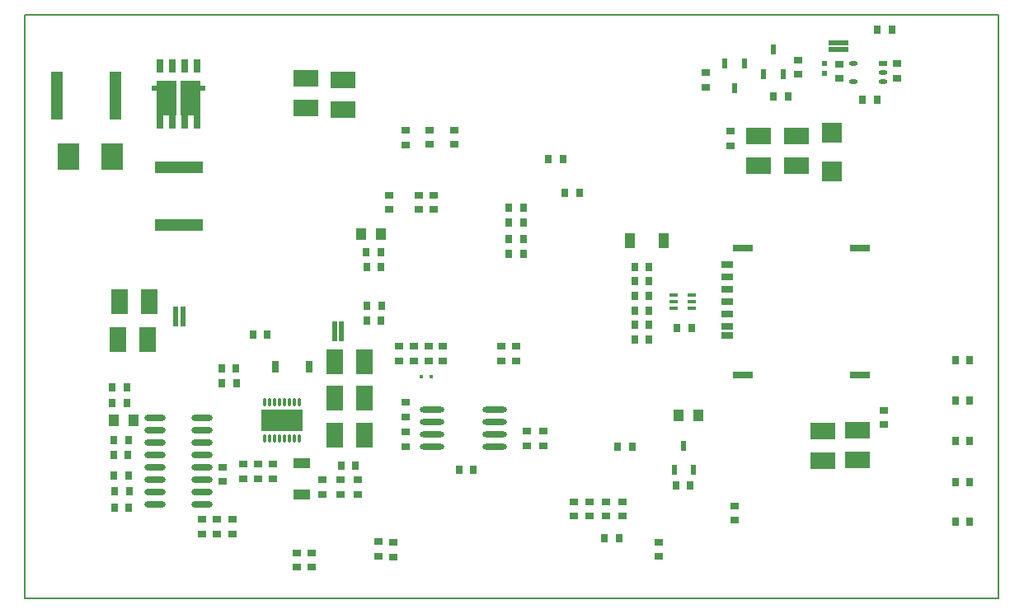
<source format=gbp>
%FSLAX25Y25*%
%MOIN*%
G70*
G01*
G75*
G04 Layer_Color=128*
%ADD10C,0.03000*%
%ADD11C,0.02000*%
%ADD12R,0.01575X0.01181*%
%ADD13R,0.03937X0.02362*%
%ADD14R,0.07480X0.11811*%
%ADD15O,0.06890X0.02362*%
%ADD16O,0.01378X0.06693*%
%ADD17R,0.02362X0.02362*%
%ADD18R,0.13386X0.13386*%
%ADD19O,0.00984X0.03740*%
%ADD20O,0.03740X0.00984*%
%ADD21R,0.03347X0.02756*%
%ADD22R,0.02756X0.03347*%
%ADD23R,0.02362X0.02362*%
%ADD24R,0.03937X0.07087*%
%ADD25O,0.03150X0.05906*%
%ADD26R,0.03150X0.02559*%
%ADD27R,0.01181X0.01575*%
%ADD28R,0.07087X0.03937*%
%ADD29O,0.05906X0.03150*%
%ADD30C,0.03937*%
%ADD31R,0.10000X0.07000*%
%ADD32R,0.04724X0.09843*%
%ADD33R,0.07874X0.07874*%
%ADD34R,0.03937X0.05906*%
%ADD35R,0.03937X0.05118*%
%ADD36R,0.08898X0.25590*%
%ADD37R,0.01063X0.06693*%
%ADD38R,0.06693X0.01063*%
%ADD39O,0.06693X0.01063*%
%ADD40R,0.07087X0.07874*%
%ADD41R,0.04803X0.02441*%
%ADD42R,0.08661X0.16929*%
%ADD43O,0.03740X0.01378*%
%ADD44R,0.04724X0.03150*%
%ADD45R,0.04800X0.05600*%
%ADD46R,0.02500X0.05906*%
%ADD47O,0.03937X0.01181*%
%ADD48R,0.03937X0.01181*%
%ADD49R,0.07874X0.07874*%
%ADD50R,0.01575X0.05906*%
%ADD51R,0.07874X0.03937*%
%ADD52R,0.01200X0.01800*%
G04:AMPARAMS|DCode=53|XSize=35.43mil|YSize=157.48mil|CornerRadius=1.77mil|HoleSize=0mil|Usage=FLASHONLY|Rotation=90.000|XOffset=0mil|YOffset=0mil|HoleType=Round|Shape=RoundedRectangle|*
%AMROUNDEDRECTD53*
21,1,0.03543,0.15394,0,0,90.0*
21,1,0.03189,0.15748,0,0,90.0*
1,1,0.00354,0.07697,0.01595*
1,1,0.00354,0.07697,-0.01595*
1,1,0.00354,-0.07697,-0.01595*
1,1,0.00354,-0.07697,0.01595*
%
%ADD53ROUNDEDRECTD53*%
%ADD54R,0.00984X0.01299*%
%ADD55R,0.02362X0.01969*%
%ADD56R,0.00984X0.01575*%
%ADD57O,0.02362X0.07087*%
%ADD58O,0.07087X0.02362*%
%ADD59O,0.06299X0.02362*%
%ADD60C,0.01000*%
%ADD61C,0.01500*%
%ADD62C,0.00800*%
%ADD63C,0.01200*%
%ADD64C,0.02500*%
%ADD65C,0.08000*%
%ADD66R,0.04800X0.04800*%
%ADD67R,0.04169X0.04500*%
%ADD68R,0.11300X0.08500*%
%ADD69R,0.04900X0.04500*%
%ADD70R,0.05658X0.04458*%
%ADD71R,0.27300X0.16100*%
%ADD72R,0.06600X0.19900*%
%ADD73R,0.05000X0.07173*%
%ADD74R,0.08700X0.05400*%
%ADD75R,0.08100X0.13300*%
%ADD76R,0.05700X0.21700*%
%ADD77R,0.10400X0.95500*%
%ADD78R,0.06200X0.14700*%
%ADD79R,0.04200X0.18700*%
%ADD80R,0.06700X0.09800*%
%ADD81R,0.06000X0.09600*%
%ADD82R,0.10500X0.06400*%
%ADD83R,0.18000X0.08400*%
%ADD84R,0.26500X0.16000*%
%ADD85R,0.34969X0.11400*%
%ADD86C,0.00500*%
%ADD87R,0.07874X0.07874*%
%ADD88C,0.07874*%
%ADD89R,0.05906X0.05906*%
%ADD90C,0.05906*%
%ADD91R,0.07874X0.11811*%
%ADD92O,0.07874X0.11811*%
%ADD93C,0.13780*%
%ADD94R,0.05315X0.07284*%
%ADD95C,0.01969*%
G04:AMPARAMS|DCode=96|XSize=51.18mil|YSize=173.23mil|CornerRadius=2.56mil|HoleSize=0mil|Usage=FLASHONLY|Rotation=90.000|XOffset=0mil|YOffset=0mil|HoleType=Round|Shape=RoundedRectangle|*
%AMROUNDEDRECTD96*
21,1,0.05118,0.16811,0,0,90.0*
21,1,0.04606,0.17323,0,0,90.0*
1,1,0.00512,0.08406,0.02303*
1,1,0.00512,0.08406,-0.02303*
1,1,0.00512,-0.08406,-0.02303*
1,1,0.00512,-0.08406,0.02303*
%
%ADD96ROUNDEDRECTD96*%
%ADD97C,0.02000*%
%ADD98C,0.03000*%
%ADD99C,0.04000*%
%ADD100C,0.03500*%
%ADD101C,0.02598*%
%ADD102C,0.04000*%
%ADD103R,0.02258X0.03258*%
%ADD104R,0.09400X0.04700*%
%ADD105R,0.15100X0.08700*%
%ADD106R,0.12100X0.12100*%
%ADD107R,0.09500X0.12000*%
%ADD108R,0.10200X0.09400*%
%ADD109R,0.42200X0.13900*%
%ADD110C,0.05000*%
%ADD111R,0.08300X0.14100*%
%ADD112R,0.08400X0.08100*%
%ADD113R,0.27100X0.16800*%
%ADD114R,0.19300X0.05600*%
%ADD115R,0.21900X0.04900*%
%ADD116R,0.06200X0.13300*%
%ADD117R,0.39000X0.13800*%
%ADD118R,0.08661X0.11024*%
%ADD119R,0.01969X0.07874*%
%ADD120R,0.19685X0.05118*%
%ADD121R,0.02362X0.03937*%
%ADD122R,0.03150X0.04724*%
%ADD123R,0.05118X0.19685*%
%ADD124R,0.07874X0.01969*%
%ADD125R,0.03347X0.01575*%
%ADD126O,0.03543X0.01969*%
%ADD127R,0.03543X0.01969*%
%ADD128O,0.03543X0.01969*%
%ADD129R,0.08268X0.02756*%
%ADD130R,0.04843X0.02559*%
%ADD131R,0.07000X0.10000*%
%ADD132R,0.16929X0.08661*%
%ADD133O,0.01378X0.03740*%
%ADD134O,0.08661X0.02362*%
%ADD135O,0.09843X0.02362*%
%ADD136R,0.07087X0.03937*%
%ADD137R,0.07874X0.14410*%
%ADD138R,0.06299X0.01969*%
%ADD139R,0.02500X0.05500*%
%ADD140C,0.09000*%
%ADD141R,0.05182X0.06835*%
%ADD142R,0.09300X0.11700*%
%ADD143R,0.22300X0.05500*%
%ADD144R,0.26931X0.16000*%
%ADD145R,0.15800X0.09700*%
%ADD146R,0.15200X0.28165*%
%ADD147R,0.08900X0.10200*%
%ADD148R,0.03474X0.08965*%
%ADD149R,0.07600X0.09400*%
%ADD150R,0.04900X0.17100*%
%ADD151R,0.08500X0.39500*%
%ADD152R,0.14700X0.03700*%
%ADD153R,0.48700X0.11300*%
%ADD154R,0.14000X0.54700*%
%ADD155R,0.29300X0.15600*%
%ADD156R,0.08800X0.07400*%
%ADD157R,0.11100X0.13400*%
%ADD158R,0.03600X0.11400*%
%ADD159R,0.05400X0.08800*%
%ADD160R,0.08600X0.09700*%
%ADD161C,0.00984*%
%ADD162C,0.02362*%
%ADD163C,0.00700*%
%ADD164C,0.00787*%
%ADD165C,0.00600*%
%ADD166C,0.00300*%
%ADD167R,0.05417X0.06634*%
%ADD168R,0.02375X0.01981*%
%ADD169R,0.04737X0.03162*%
%ADD170R,0.08280X0.12611*%
%ADD171O,0.07690X0.03162*%
%ADD172O,0.02178X0.07493*%
%ADD173R,0.03162X0.03162*%
%ADD174R,0.14186X0.14186*%
%ADD175O,0.01784X0.04540*%
%ADD176O,0.04540X0.01784*%
%ADD177R,0.04147X0.03556*%
%ADD178R,0.03556X0.04147*%
%ADD179R,0.03162X0.03162*%
%ADD180R,0.04737X0.07887*%
%ADD181O,0.03950X0.06706*%
%ADD182R,0.03950X0.03359*%
%ADD183R,0.01981X0.02375*%
%ADD184R,0.07887X0.04737*%
%ADD185O,0.06706X0.03950*%
%ADD186C,0.04737*%
%ADD187R,0.10800X0.07800*%
%ADD188R,0.05524X0.10642*%
%ADD189R,0.08674X0.08674*%
%ADD190R,0.04737X0.06706*%
%ADD191R,0.04737X0.05918*%
%ADD192R,0.09698X0.26391*%
%ADD193R,0.01863X0.07493*%
%ADD194R,0.07493X0.01863*%
%ADD195O,0.07493X0.01863*%
%ADD196R,0.07887X0.08674*%
%ADD197R,0.05603X0.03241*%
%ADD198R,0.09461X0.17729*%
%ADD199O,0.04540X0.02178*%
%ADD200R,0.05524X0.03950*%
%ADD201R,0.05600X0.06400*%
%ADD202R,0.03300X0.06706*%
%ADD203O,0.04737X0.01981*%
%ADD204R,0.04737X0.01981*%
%ADD205R,0.08674X0.08674*%
%ADD206R,0.02375X0.06706*%
%ADD207R,0.08674X0.04737*%
%ADD208R,0.02000X0.02600*%
G04:AMPARAMS|DCode=209|XSize=39.37mil|YSize=161.42mil|CornerRadius=1.97mil|HoleSize=0mil|Usage=FLASHONLY|Rotation=90.000|XOffset=0mil|YOffset=0mil|HoleType=Round|Shape=RoundedRectangle|*
%AMROUNDEDRECTD209*
21,1,0.03937,0.15748,0,0,90.0*
21,1,0.03543,0.16142,0,0,90.0*
1,1,0.00394,0.07874,0.01772*
1,1,0.00394,0.07874,-0.01772*
1,1,0.00394,-0.07874,-0.01772*
1,1,0.00394,-0.07874,0.01772*
%
%ADD209ROUNDEDRECTD209*%
%ADD210R,0.01784X0.02099*%
%ADD211R,0.03162X0.02769*%
%ADD212R,0.01784X0.02375*%
%ADD213O,0.03162X0.07887*%
%ADD214O,0.07887X0.03162*%
%ADD215O,0.07099X0.03162*%
%ADD216R,0.08674X0.08674*%
%ADD217C,0.08674*%
%ADD218R,0.06706X0.06706*%
%ADD219C,0.06706*%
%ADD220R,0.08674X0.12611*%
%ADD221O,0.08674X0.12611*%
%ADD222C,0.14579*%
%ADD223R,0.06115X0.08083*%
%ADD224C,0.02769*%
G04:AMPARAMS|DCode=225|XSize=55.12mil|YSize=177.16mil|CornerRadius=2.76mil|HoleSize=0mil|Usage=FLASHONLY|Rotation=90.000|XOffset=0mil|YOffset=0mil|HoleType=Round|Shape=RoundedRectangle|*
%AMROUNDEDRECTD225*
21,1,0.05512,0.17165,0,0,90.0*
21,1,0.04961,0.17716,0,0,90.0*
1,1,0.00551,0.08583,0.02480*
1,1,0.00551,0.08583,-0.02480*
1,1,0.00551,-0.08583,-0.02480*
1,1,0.00551,-0.08583,0.02480*
%
%ADD225ROUNDEDRECTD225*%
%ADD226R,0.09461X0.11824*%
%ADD227R,0.02769X0.08674*%
%ADD228R,0.20485X0.05918*%
%ADD229R,0.03162X0.04737*%
%ADD230R,0.03950X0.05524*%
%ADD231R,0.05918X0.20485*%
%ADD232R,0.08674X0.02769*%
%ADD233R,0.04147X0.02375*%
%ADD234O,0.04343X0.02769*%
%ADD235R,0.04343X0.02769*%
%ADD236O,0.04343X0.02769*%
%ADD237R,0.09068X0.03556*%
%ADD238R,0.05643X0.03359*%
%ADD239R,0.07800X0.10800*%
%ADD240R,0.17729X0.09461*%
%ADD241O,0.02178X0.04540*%
%ADD242O,0.09461X0.03162*%
%ADD243O,0.10642X0.03162*%
%ADD244R,0.07887X0.04737*%
%ADD245R,0.08674X0.15210*%
%ADD246R,0.07099X0.02769*%
%ADD247R,0.03300X0.06300*%
%ADD248C,0.03398*%
D17*
X316000Y192437D02*
D03*
Y188500D02*
D03*
D21*
X166532Y165706D02*
D03*
Y159800D02*
D03*
X156532Y165706D02*
D03*
Y159800D02*
D03*
X340231Y46494D02*
D03*
Y52400D02*
D03*
X249232Y-6905D02*
D03*
Y-1000D02*
D03*
X279700Y7800D02*
D03*
Y13705D02*
D03*
X234331Y15405D02*
D03*
Y9500D02*
D03*
X221265Y15405D02*
D03*
Y9500D02*
D03*
X214732Y15405D02*
D03*
Y9500D02*
D03*
X227798Y15405D02*
D03*
Y9500D02*
D03*
X146700Y165506D02*
D03*
Y159600D02*
D03*
X185531Y78200D02*
D03*
Y72294D02*
D03*
X191631Y78200D02*
D03*
Y72294D02*
D03*
X70550Y8100D02*
D03*
Y2194D02*
D03*
X76700Y2194D02*
D03*
Y8100D02*
D03*
X102865Y-11245D02*
D03*
Y-5339D02*
D03*
X345632Y192506D02*
D03*
Y186600D02*
D03*
X322031Y192405D02*
D03*
Y186500D02*
D03*
X305600Y188094D02*
D03*
Y194000D02*
D03*
X268200Y182895D02*
D03*
Y188800D02*
D03*
X278200Y159195D02*
D03*
Y165100D02*
D03*
X158132Y133494D02*
D03*
Y139400D02*
D03*
X152131Y133494D02*
D03*
Y139400D02*
D03*
X140131Y133494D02*
D03*
Y139400D02*
D03*
X161932Y72294D02*
D03*
Y78200D02*
D03*
X156032Y78200D02*
D03*
Y72294D02*
D03*
X150131Y72294D02*
D03*
Y78200D02*
D03*
X144231Y72294D02*
D03*
Y78200D02*
D03*
X146800Y49526D02*
D03*
Y55431D02*
D03*
X146700Y43437D02*
D03*
Y37532D02*
D03*
X127431Y24105D02*
D03*
Y18200D02*
D03*
X120332Y18200D02*
D03*
Y24105D02*
D03*
X113232Y18200D02*
D03*
Y24105D02*
D03*
X141800Y-7006D02*
D03*
Y-1100D02*
D03*
X135900Y-6805D02*
D03*
Y-900D02*
D03*
X108957Y-11222D02*
D03*
Y-5316D02*
D03*
X93032Y30500D02*
D03*
Y24595D02*
D03*
X87057Y24595D02*
D03*
Y30500D02*
D03*
X81082Y24595D02*
D03*
Y30500D02*
D03*
X72700Y29406D02*
D03*
Y23500D02*
D03*
X64400Y2194D02*
D03*
Y8100D02*
D03*
X202500Y38026D02*
D03*
Y43931D02*
D03*
X195700Y43931D02*
D03*
Y38026D02*
D03*
D22*
X374905Y56200D02*
D03*
X369000D02*
D03*
X374905Y40000D02*
D03*
X369000D02*
D03*
X374905Y23400D02*
D03*
X369000D02*
D03*
X374905Y7300D02*
D03*
X369000D02*
D03*
X232537Y37700D02*
D03*
X238442D02*
D03*
X233139Y479D02*
D03*
X227234D02*
D03*
X255995Y21900D02*
D03*
X261900D02*
D03*
X374905Y72600D02*
D03*
X369000D02*
D03*
X188531Y115700D02*
D03*
X194437D02*
D03*
X188531Y121600D02*
D03*
X194437D02*
D03*
X331426Y178000D02*
D03*
X337332D02*
D03*
X337526Y206200D02*
D03*
X343431D02*
D03*
X262405Y85600D02*
D03*
X256500D02*
D03*
X245232Y110300D02*
D03*
X239326D02*
D03*
X239326Y104440D02*
D03*
X245232D02*
D03*
X245232Y98580D02*
D03*
X239326D02*
D03*
X239326Y92720D02*
D03*
X245232D02*
D03*
X239326Y86860D02*
D03*
X245232D02*
D03*
X245232Y81000D02*
D03*
X239326D02*
D03*
X211094Y140237D02*
D03*
X217000D02*
D03*
X204569Y153763D02*
D03*
X210474D02*
D03*
X194437Y134200D02*
D03*
X188531D02*
D03*
X194437Y128100D02*
D03*
X188531D02*
D03*
X136737Y116300D02*
D03*
X130832D02*
D03*
X131026Y110300D02*
D03*
X136932D02*
D03*
X137037Y94600D02*
D03*
X131131D02*
D03*
X136937Y88700D02*
D03*
X131032D02*
D03*
X90905Y82800D02*
D03*
X85000D02*
D03*
X72326Y69100D02*
D03*
X78232D02*
D03*
X72426Y63100D02*
D03*
X78332D02*
D03*
X174305Y28300D02*
D03*
X168400D02*
D03*
X120726Y29800D02*
D03*
X126631D02*
D03*
X34905Y12800D02*
D03*
X29000D02*
D03*
X29294Y19600D02*
D03*
X35200D02*
D03*
X34806Y26000D02*
D03*
X28900D02*
D03*
X34606Y34400D02*
D03*
X28700D02*
D03*
X28795Y40400D02*
D03*
X34700D02*
D03*
X28200Y55100D02*
D03*
X34106D02*
D03*
X34005Y61500D02*
D03*
X28100D02*
D03*
X295568Y179100D02*
D03*
X301474D02*
D03*
D27*
X153063Y66000D02*
D03*
X157000D02*
D03*
D31*
X329432Y44300D02*
D03*
Y32300D02*
D03*
X315531Y43800D02*
D03*
Y31800D02*
D03*
X106600Y186500D02*
D03*
Y174500D02*
D03*
X121400Y186000D02*
D03*
Y174000D02*
D03*
X304832Y151200D02*
D03*
Y163200D02*
D03*
X289531Y151200D02*
D03*
Y163200D02*
D03*
D34*
X251300Y120800D02*
D03*
X237521D02*
D03*
D35*
X265100Y50100D02*
D03*
X257226D02*
D03*
X128858Y123700D02*
D03*
X136732D02*
D03*
X28926Y48100D02*
D03*
X36800D02*
D03*
D49*
X319131Y148984D02*
D03*
Y164732D02*
D03*
D86*
X386632Y-23921D02*
Y212300D01*
X-7068Y-23921D02*
X386632D01*
X-7068D02*
Y212300D01*
X386632D01*
D118*
X10600Y155000D02*
D03*
X28317D02*
D03*
D119*
X56753Y90400D02*
D03*
X53800D02*
D03*
X120953Y84300D02*
D03*
X118000D02*
D03*
D120*
X55100Y127113D02*
D03*
Y150735D02*
D03*
D121*
X255358Y28205D02*
D03*
X259295Y38048D02*
D03*
X263231Y28205D02*
D03*
X275800Y192500D02*
D03*
X279737Y182658D02*
D03*
X283674Y192500D02*
D03*
X299400Y188400D02*
D03*
X295463Y198242D02*
D03*
X291526Y188400D02*
D03*
D122*
X107700Y70000D02*
D03*
X94314D02*
D03*
D123*
X29600Y179700D02*
D03*
X5978D02*
D03*
D124*
X321831Y201053D02*
D03*
Y198100D02*
D03*
D125*
X255290Y98759D02*
D03*
X262573Y96200D02*
D03*
Y98759D02*
D03*
X255290Y96200D02*
D03*
Y93641D02*
D03*
X262573D02*
D03*
D126*
X327931Y185120D02*
D03*
X339742Y188860D02*
D03*
Y185120D02*
D03*
D127*
Y192600D02*
D03*
D128*
X327931D02*
D03*
D129*
X330402Y66673D02*
D03*
X283158D02*
D03*
X330402Y117815D02*
D03*
X283158D02*
D03*
D130*
X276800Y91240D02*
D03*
Y96240D02*
D03*
Y101240D02*
D03*
Y106240D02*
D03*
Y111240D02*
D03*
Y86240D02*
D03*
Y82500D02*
D03*
D131*
X130131Y42400D02*
D03*
X118131D02*
D03*
X130231Y57300D02*
D03*
X118231D02*
D03*
X130231Y71800D02*
D03*
X118231D02*
D03*
X30500Y80800D02*
D03*
X42500D02*
D03*
X43100Y96100D02*
D03*
X31100D02*
D03*
D132*
X96832Y48200D02*
D03*
D133*
X103721Y55582D02*
D03*
X101753D02*
D03*
X99784D02*
D03*
X97816D02*
D03*
X95847D02*
D03*
X93879D02*
D03*
X91910D02*
D03*
X89942D02*
D03*
Y40818D02*
D03*
X91910D02*
D03*
X93879D02*
D03*
X95847D02*
D03*
X97816D02*
D03*
X99784D02*
D03*
X101753D02*
D03*
X103721D02*
D03*
D134*
X64549Y49400D02*
D03*
Y44400D02*
D03*
Y39400D02*
D03*
Y34400D02*
D03*
Y29400D02*
D03*
Y24400D02*
D03*
Y19400D02*
D03*
Y14400D02*
D03*
X45651Y49400D02*
D03*
Y44400D02*
D03*
Y39400D02*
D03*
Y34400D02*
D03*
Y29400D02*
D03*
Y24400D02*
D03*
Y19400D02*
D03*
Y14400D02*
D03*
D135*
X157511Y37732D02*
D03*
Y42731D02*
D03*
Y47732D02*
D03*
Y52732D02*
D03*
X182989Y37631D02*
D03*
Y42632D02*
D03*
Y47631D02*
D03*
Y52631D02*
D03*
D136*
X104931Y30900D02*
D03*
Y18105D02*
D03*
D137*
X59921Y178413D02*
D03*
X50079D02*
D03*
D138*
X62874Y182448D02*
D03*
X47126D02*
D03*
D139*
X52500Y191700D02*
D03*
Y169062D02*
D03*
X62500Y191700D02*
D03*
X57500D02*
D03*
X62500Y169062D02*
D03*
X47500Y191700D02*
D03*
Y169062D02*
D03*
X57500D02*
D03*
M02*

</source>
